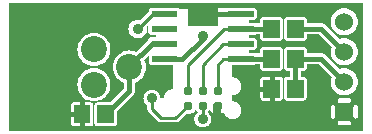
<source format=gtl>
G04 start of page 2 for group 0 idx 0 *
G04 Title: wearlink, top *
G04 Creator: pcb 1.99z *
G04 CreationDate: Sun Feb 24 14:25:00 2013 UTC *
G04 For: dijkstra *
G04 Format: Gerber/RS-274X *
G04 PCB-Dimensions (mil): 1326.38 433.46 *
G04 PCB-Coordinate-Origin: lower left *
%MOIN*%
%FSLAX25Y25*%
%LNTOP*%
%ADD85C,0.0787*%
%ADD84C,0.0380*%
%ADD83C,0.0390*%
%ADD82C,0.0413*%
%ADD81C,0.0394*%
%ADD80C,0.0200*%
%ADD79C,0.0360*%
%ADD78C,0.0310*%
%ADD77R,0.0200X0.0200*%
%ADD76R,0.0551X0.0551*%
%ADD75C,0.0600*%
%ADD74C,0.0866*%
%ADD73C,0.0171*%
%ADD72C,0.0100*%
%ADD71C,0.0250*%
%ADD70C,0.0001*%
G54D70*G36*
X85295Y531D02*X295D01*
Y9031D01*
X20952D01*
X20949Y8976D01*
X20958Y2914D01*
X20995Y2761D01*
X21055Y2616D01*
X21138Y2482D01*
X21240Y2362D01*
X21360Y2260D01*
X21494Y2177D01*
X21639Y2117D01*
X21792Y2080D01*
X21949Y2071D01*
X27617Y2080D01*
X27770Y2117D01*
X27916Y2177D01*
X28050Y2260D01*
X28170Y2362D01*
X28272Y2482D01*
X28354Y2616D01*
X28414Y2761D01*
X28451Y2914D01*
X28460Y3071D01*
X28451Y9031D01*
X28826D01*
X28823Y8976D01*
X28832Y2914D01*
X28869Y2761D01*
X28929Y2616D01*
X29012Y2482D01*
X29114Y2362D01*
X29234Y2260D01*
X29368Y2177D01*
X29513Y2117D01*
X29666Y2080D01*
X29823Y2071D01*
X35491Y2080D01*
X35644Y2117D01*
X35790Y2177D01*
X35924Y2260D01*
X36044Y2362D01*
X36146Y2482D01*
X36228Y2616D01*
X36288Y2761D01*
X36325Y2914D01*
X36334Y3071D01*
X36328Y7148D01*
X38212Y9031D01*
X46472D01*
Y7947D01*
X46468Y7888D01*
X46486Y7652D01*
X46541Y7423D01*
X46632Y7205D01*
X46755Y7003D01*
X46909Y6824D01*
X46953Y6786D01*
X49935Y3804D01*
X49973Y3759D01*
X50153Y3606D01*
X50354Y3482D01*
X50572Y3392D01*
X50802Y3337D01*
X51037Y3318D01*
X51096Y3323D01*
X55729D01*
X55787Y3318D01*
X56022Y3337D01*
X56023Y3337D01*
X56252Y3392D01*
X56470Y3482D01*
X56672Y3606D01*
X56851Y3759D01*
X56890Y3804D01*
X59213Y6127D01*
X59416Y6079D01*
X59862Y6044D01*
X60309Y6079D01*
X60744Y6183D01*
X61158Y6355D01*
X61540Y6589D01*
X61880Y6880D01*
X62171Y7220D01*
X62405Y7602D01*
X62417Y7631D01*
X62633Y7278D01*
X62914Y6949D01*
X63196Y6708D01*
X62876Y6435D01*
X62590Y6100D01*
X62360Y5724D01*
X62191Y5317D01*
X62088Y4888D01*
X62054Y4449D01*
X62088Y4009D01*
X62191Y3581D01*
X62360Y3174D01*
X62590Y2798D01*
X62876Y2463D01*
X63211Y2177D01*
X63587Y1946D01*
X63994Y1778D01*
X64423Y1675D01*
X64862Y1640D01*
X65302Y1675D01*
X65730Y1778D01*
X66137Y1946D01*
X66513Y2177D01*
X66848Y2463D01*
X67134Y2798D01*
X67365Y3174D01*
X67533Y3581D01*
X67636Y4009D01*
X67662Y4449D01*
X67636Y4888D01*
X67533Y5317D01*
X67365Y5724D01*
X67134Y6100D01*
X66848Y6435D01*
X66528Y6708D01*
X66811Y6949D01*
X67091Y7278D01*
X67307Y7631D01*
X67319Y7602D01*
X67553Y7220D01*
X67844Y6880D01*
X68185Y6589D01*
X68566Y6355D01*
X68980Y6183D01*
X69416Y6079D01*
X69862Y6044D01*
X70309Y6079D01*
X70744Y6183D01*
X71158Y6355D01*
X71540Y6589D01*
X71880Y6880D01*
X71939Y6948D01*
X71940Y6935D01*
X72048Y6483D01*
X72226Y6054D01*
X72468Y5658D01*
X72770Y5305D01*
X73123Y5004D01*
X73519Y4761D01*
X73948Y4583D01*
X74399Y4475D01*
X74862Y4439D01*
X75325Y4475D01*
X75777Y4583D01*
X76206Y4761D01*
X76602Y5004D01*
X76955Y5305D01*
X77256Y5658D01*
X77499Y6054D01*
X77676Y6483D01*
X77785Y6935D01*
X77812Y7398D01*
X77785Y7861D01*
X77676Y8312D01*
X77499Y8741D01*
X77321Y9031D01*
X85295D01*
Y531D01*
G37*
G36*
X46795Y22531D02*X47646D01*
X47705Y22517D01*
X47862Y22508D01*
X54862Y22515D01*
Y14357D01*
X54399Y14320D01*
X53948Y14212D01*
X53519Y14034D01*
X53123Y13792D01*
X52770Y13490D01*
X52468Y13137D01*
X52226Y12741D01*
X52048Y12312D01*
X51940Y11861D01*
X51903Y11398D01*
X50772D01*
X50746Y11837D01*
X50644Y12266D01*
X50475Y12673D01*
X50245Y13049D01*
X49958Y13384D01*
X49623Y13670D01*
X49248Y13900D01*
X48840Y14069D01*
X48412Y14172D01*
X47972Y14206D01*
X47533Y14172D01*
X47105Y14069D01*
X46795Y13941D01*
Y22531D01*
G37*
G36*
X27295Y43031D02*X63295D01*
Y41031D01*
X57214D01*
X57174Y41097D01*
X57071Y41217D01*
X56952Y41319D01*
X56818Y41402D01*
X56672Y41462D01*
X56519Y41499D01*
X56362Y41508D01*
X47705Y41499D01*
X47552Y41462D01*
X47407Y41402D01*
X47273Y41319D01*
X47153Y41217D01*
X47051Y41097D01*
X47010Y41031D01*
X27295D01*
Y43031D01*
G37*
G36*
X33904Y9974D02*X29666Y9967D01*
X29513Y9930D01*
X29368Y9870D01*
X29234Y9788D01*
X29114Y9685D01*
X29012Y9566D01*
X28929Y9432D01*
X28869Y9286D01*
X28832Y9133D01*
X28823Y8976D01*
X28832Y2914D01*
X28869Y2761D01*
X28929Y2616D01*
X29012Y2482D01*
X29114Y2362D01*
X29234Y2260D01*
X29368Y2177D01*
X29513Y2117D01*
X29666Y2080D01*
X29823Y2071D01*
X35491Y2080D01*
X35644Y2117D01*
X35790Y2177D01*
X35924Y2260D01*
X36044Y2362D01*
X36146Y2482D01*
X36228Y2616D01*
X36288Y2761D01*
X36325Y2914D01*
X36334Y3071D01*
X36328Y7148D01*
X41714Y12534D01*
X41769Y12581D01*
X41959Y12803D01*
X42112Y13052D01*
X42224Y13322D01*
X42292Y13606D01*
X42315Y13898D01*
X42309Y13970D01*
Y16575D01*
X42963Y16845D01*
X43703Y17299D01*
X44362Y17862D01*
X44926Y18522D01*
X45379Y19262D01*
X45711Y20063D01*
X45913Y20907D01*
X45965Y21772D01*
X45913Y22637D01*
X45711Y23480D01*
X45383Y24273D01*
X46902Y25793D01*
X46871Y25665D01*
X46862Y25508D01*
X46871Y23351D01*
X46908Y23198D01*
X46968Y23052D01*
X47051Y22918D01*
X47153Y22799D01*
X47273Y22696D01*
X47407Y22614D01*
X47552Y22554D01*
X47705Y22517D01*
X47862Y22508D01*
X49295Y22509D01*
Y13871D01*
X49248Y13900D01*
X48840Y14069D01*
X48412Y14172D01*
X47972Y14206D01*
X47533Y14172D01*
X47105Y14069D01*
X46697Y13900D01*
X46322Y13670D01*
X45986Y13384D01*
X45700Y13049D01*
X45470Y12673D01*
X45301Y12266D01*
X45198Y11837D01*
X45164Y11398D01*
X45198Y10958D01*
X45301Y10530D01*
X45470Y10123D01*
X45700Y9747D01*
X45986Y9412D01*
X46322Y9125D01*
X46472Y9033D01*
Y7947D01*
X46468Y7888D01*
X46486Y7652D01*
X46541Y7423D01*
X46632Y7205D01*
X46755Y7003D01*
X46909Y6824D01*
X46953Y6786D01*
X49295Y4444D01*
Y531D01*
X24705D01*
Y2076D01*
X27617Y2080D01*
X27770Y2117D01*
X27916Y2177D01*
X28050Y2260D01*
X28170Y2362D01*
X28272Y2482D01*
X28354Y2616D01*
X28414Y2761D01*
X28451Y2914D01*
X28460Y3071D01*
X28451Y9133D01*
X28414Y9286D01*
X28354Y9432D01*
X28272Y9566D01*
X28170Y9685D01*
X28050Y9788D01*
X27916Y9870D01*
X27770Y9930D01*
X27617Y9967D01*
X27460Y9976D01*
X24705Y9972D01*
Y11989D01*
X24732Y11957D01*
X25392Y11393D01*
X26132Y10940D01*
X26933Y10608D01*
X27777Y10405D01*
X28642Y10337D01*
X29507Y10405D01*
X30350Y10608D01*
X31152Y10940D01*
X31891Y11393D01*
X32551Y11957D01*
X33115Y12616D01*
X33568Y13356D01*
X33900Y14158D01*
X34102Y15001D01*
X34154Y15866D01*
X34102Y16731D01*
X33900Y17575D01*
X33568Y18376D01*
X33115Y19116D01*
X32551Y19776D01*
X31891Y20339D01*
X31152Y20792D01*
X30350Y21124D01*
X29507Y21327D01*
X28642Y21395D01*
X27777Y21327D01*
X26933Y21124D01*
X26132Y20792D01*
X25392Y20339D01*
X24732Y19776D01*
X24705Y19743D01*
Y23800D01*
X24732Y23768D01*
X25392Y23204D01*
X26132Y22751D01*
X26933Y22419D01*
X27777Y22216D01*
X28642Y22148D01*
X29507Y22216D01*
X30350Y22419D01*
X31152Y22751D01*
X31891Y23204D01*
X32551Y23768D01*
X33115Y24427D01*
X33568Y25167D01*
X33900Y25969D01*
X34102Y26812D01*
X34154Y27677D01*
X34102Y28542D01*
X33900Y29386D01*
X33568Y30187D01*
X33115Y30927D01*
X32551Y31587D01*
X31891Y32150D01*
X31152Y32603D01*
X30350Y32935D01*
X29507Y33138D01*
X28642Y33206D01*
X27777Y33138D01*
X26933Y32935D01*
X26132Y32603D01*
X25392Y32150D01*
X24732Y31587D01*
X24705Y31554D01*
Y43031D01*
X49295D01*
Y41500D01*
X47705Y41499D01*
X47552Y41462D01*
X47407Y41402D01*
X47273Y41319D01*
X47153Y41217D01*
X47051Y41097D01*
X46968Y40963D01*
X46908Y40818D01*
X46871Y40665D01*
X46862Y40508D01*
X46863Y40239D01*
X44110Y37486D01*
X43740Y37574D01*
X43254Y37613D01*
X42768Y37574D01*
X42294Y37461D01*
X41844Y37274D01*
X41429Y37020D01*
X41058Y36703D01*
X40742Y36333D01*
X40488Y35917D01*
X40301Y35467D01*
X40187Y34994D01*
X40149Y34508D01*
X40187Y34022D01*
X40301Y33548D01*
X40488Y33098D01*
X40742Y32683D01*
X41058Y32312D01*
X41429Y31996D01*
X41844Y31741D01*
X42294Y31555D01*
X42768Y31441D01*
X43254Y31403D01*
X43740Y31441D01*
X44213Y31555D01*
X44663Y31741D01*
X45079Y31996D01*
X45449Y32312D01*
X45766Y32683D01*
X46020Y33098D01*
X46207Y33548D01*
X46321Y34022D01*
X46349Y34508D01*
X46321Y34994D01*
X46232Y35364D01*
X46888Y36021D01*
X46880Y36008D01*
X46814Y35848D01*
X46774Y35680D01*
X46764Y35508D01*
X46774Y33336D01*
X46814Y33167D01*
X46880Y33008D01*
X46971Y32860D01*
X47083Y32729D01*
X47215Y32616D01*
X47362Y32526D01*
X47522Y32460D01*
X47690Y32420D01*
X47862Y32409D01*
X49295Y32411D01*
Y31793D01*
X47659Y31791D01*
X47461Y31744D01*
X47272Y31666D01*
X47099Y31559D01*
X46943Y31427D01*
X46811Y31272D01*
X46705Y31098D01*
X46627Y30909D01*
X46582Y30723D01*
X42676Y26817D01*
X42161Y27030D01*
X41318Y27232D01*
X40453Y27300D01*
X39588Y27232D01*
X38744Y27030D01*
X37943Y26698D01*
X37203Y26245D01*
X36543Y25681D01*
X35980Y25021D01*
X35527Y24282D01*
X35195Y23480D01*
X34992Y22637D01*
X34924Y21772D01*
X34992Y20907D01*
X35195Y20063D01*
X35527Y19262D01*
X35980Y18522D01*
X36543Y17862D01*
X37203Y17299D01*
X37943Y16845D01*
X38596Y16575D01*
Y14667D01*
X33904Y9974D01*
G37*
G36*
X24705Y531D02*X295D01*
Y43031D01*
X24705D01*
Y31554D01*
X24169Y30927D01*
X23716Y30187D01*
X23384Y29386D01*
X23181Y28542D01*
X23113Y27677D01*
X23181Y26812D01*
X23384Y25969D01*
X23716Y25167D01*
X24169Y24427D01*
X24705Y23800D01*
Y19743D01*
X24169Y19116D01*
X23716Y18376D01*
X23384Y17575D01*
X23181Y16731D01*
X23113Y15866D01*
X23181Y15001D01*
X23384Y14158D01*
X23716Y13356D01*
X24169Y12616D01*
X24705Y11989D01*
Y9972D01*
X21792Y9967D01*
X21639Y9930D01*
X21494Y9870D01*
X21360Y9788D01*
X21240Y9685D01*
X21138Y9566D01*
X21055Y9432D01*
X20995Y9286D01*
X20958Y9133D01*
X20949Y8976D01*
X20958Y2914D01*
X20995Y2761D01*
X21055Y2616D01*
X21138Y2482D01*
X21240Y2362D01*
X21360Y2260D01*
X21494Y2177D01*
X21639Y2117D01*
X21792Y2080D01*
X21949Y2071D01*
X24705Y2076D01*
Y531D01*
G37*
G36*
X60039Y35276D02*Y42953D01*
X70079D01*
Y35276D01*
X60039D01*
G37*
G36*
X115856Y43031D02*X118406D01*
Y512D01*
X115856D01*
Y4598D01*
X115974Y4607D01*
X116089Y4635D01*
X116198Y4680D01*
X116298Y4742D01*
X116388Y4818D01*
X116465Y4908D01*
X116527Y5009D01*
X116572Y5118D01*
X116599Y5233D01*
X116606Y5350D01*
Y8350D01*
X116599Y8468D01*
X116572Y8583D01*
X116527Y8692D01*
X116465Y8793D01*
X116388Y8882D01*
X116298Y8959D01*
X116198Y9021D01*
X116089Y9066D01*
X115974Y9093D01*
X115856Y9103D01*
Y14357D01*
X116128Y14801D01*
X116399Y15456D01*
X116565Y16144D01*
X116606Y16850D01*
X116565Y17557D01*
X116399Y18245D01*
X116128Y18900D01*
X115856Y19343D01*
Y24357D01*
X116128Y24801D01*
X116399Y25456D01*
X116565Y26144D01*
X116606Y26850D01*
X116565Y27557D01*
X116399Y28245D01*
X116128Y28900D01*
X115856Y29343D01*
Y34357D01*
X116128Y34801D01*
X116399Y35456D01*
X116565Y36144D01*
X116606Y36850D01*
X116565Y37557D01*
X116399Y38245D01*
X116128Y38900D01*
X115856Y39343D01*
Y43031D01*
G37*
G36*
Y29343D02*X115758Y29504D01*
X115298Y30042D01*
X114759Y30502D01*
X114156Y30872D01*
X113501Y31143D01*
X112812Y31309D01*
X112106Y31364D01*
Y32337D01*
X112812Y32392D01*
X113501Y32557D01*
X114156Y32828D01*
X114759Y33199D01*
X115298Y33659D01*
X115758Y34197D01*
X115856Y34357D01*
Y29343D01*
G37*
G36*
Y19343D02*X115758Y19504D01*
X115298Y20042D01*
X114759Y20502D01*
X114156Y20872D01*
X113501Y21143D01*
X112812Y21309D01*
X112106Y21364D01*
Y22337D01*
X112812Y22392D01*
X113501Y22557D01*
X114156Y22828D01*
X114759Y23199D01*
X115298Y23659D01*
X115758Y24197D01*
X115856Y24357D01*
Y19343D01*
G37*
G36*
Y512D02*X112106D01*
Y2350D01*
X113606D01*
X113724Y2357D01*
X113839Y2385D01*
X113948Y2430D01*
X114048Y2492D01*
X114138Y2568D01*
X114215Y2658D01*
X114277Y2759D01*
X114322Y2868D01*
X114349Y2983D01*
X114359Y3100D01*
X114349Y3218D01*
X114322Y3333D01*
X114277Y3442D01*
X114215Y3543D01*
X114138Y3632D01*
X114048Y3709D01*
X113948Y3771D01*
X113839Y3816D01*
X113724Y3843D01*
X113606Y3850D01*
X112106D01*
Y9850D01*
X113606D01*
X113724Y9857D01*
X113839Y9885D01*
X113948Y9930D01*
X114048Y9992D01*
X114138Y10068D01*
X114215Y10158D01*
X114277Y10259D01*
X114322Y10368D01*
X114349Y10483D01*
X114359Y10600D01*
X114349Y10718D01*
X114322Y10833D01*
X114277Y10942D01*
X114215Y11043D01*
X114138Y11132D01*
X114048Y11209D01*
X113948Y11271D01*
X113839Y11316D01*
X113724Y11343D01*
X113606Y11350D01*
X112106D01*
Y12337D01*
X112812Y12392D01*
X113501Y12557D01*
X114156Y12828D01*
X114759Y13199D01*
X115298Y13659D01*
X115758Y14197D01*
X115856Y14357D01*
Y9103D01*
X115739Y9093D01*
X115624Y9066D01*
X115515Y9021D01*
X115414Y8959D01*
X115324Y8882D01*
X115248Y8793D01*
X115186Y8692D01*
X115141Y8583D01*
X115113Y8468D01*
X115106Y8350D01*
Y5350D01*
X115113Y5233D01*
X115141Y5118D01*
X115186Y5009D01*
X115248Y4908D01*
X115324Y4818D01*
X115414Y4742D01*
X115515Y4680D01*
X115624Y4635D01*
X115739Y4607D01*
X115856Y4598D01*
Y512D01*
G37*
G36*
X112106Y43031D02*X115856D01*
Y39343D01*
X115758Y39504D01*
X115298Y40042D01*
X114759Y40502D01*
X114156Y40872D01*
X113501Y41143D01*
X112812Y41309D01*
X112106Y41364D01*
Y43031D01*
G37*
G36*
Y21364D02*X112106D01*
X111400Y21309D01*
X110711Y21143D01*
X110518Y21063D01*
X105813Y25769D01*
X105765Y25825D01*
X105543Y26014D01*
X105294Y26167D01*
X105024Y26279D01*
X104740Y26347D01*
X104449Y26370D01*
X104376Y26364D01*
X104309D01*
Y32022D01*
X107893Y28438D01*
X107813Y28245D01*
X107648Y27557D01*
X107592Y26850D01*
X107648Y26144D01*
X107813Y25456D01*
X108084Y24801D01*
X108454Y24197D01*
X108915Y23659D01*
X109453Y23199D01*
X110057Y22828D01*
X110711Y22557D01*
X111400Y22392D01*
X112106Y22337D01*
X112106D01*
Y21364D01*
G37*
G36*
Y512D02*X108356D01*
Y4598D01*
X108474Y4607D01*
X108589Y4635D01*
X108698Y4680D01*
X108798Y4742D01*
X108888Y4818D01*
X108965Y4908D01*
X109027Y5009D01*
X109072Y5118D01*
X109099Y5233D01*
X109106Y5350D01*
Y8350D01*
X109099Y8468D01*
X109072Y8583D01*
X109027Y8692D01*
X108965Y8793D01*
X108888Y8882D01*
X108798Y8959D01*
X108698Y9021D01*
X108589Y9066D01*
X108474Y9093D01*
X108356Y9103D01*
Y14357D01*
X108454Y14197D01*
X108915Y13659D01*
X109453Y13199D01*
X110057Y12828D01*
X110711Y12557D01*
X111400Y12392D01*
X112106Y12337D01*
X112106D01*
Y11350D01*
X110606D01*
X110489Y11343D01*
X110374Y11316D01*
X110265Y11271D01*
X110164Y11209D01*
X110074Y11132D01*
X109998Y11043D01*
X109936Y10942D01*
X109891Y10833D01*
X109863Y10718D01*
X109854Y10600D01*
X109863Y10483D01*
X109891Y10368D01*
X109936Y10259D01*
X109998Y10158D01*
X110074Y10068D01*
X110164Y9992D01*
X110265Y9930D01*
X110374Y9885D01*
X110489Y9857D01*
X110606Y9850D01*
X112106D01*
Y3850D01*
X110606D01*
X110489Y3843D01*
X110374Y3816D01*
X110265Y3771D01*
X110164Y3709D01*
X110074Y3632D01*
X109998Y3543D01*
X109936Y3442D01*
X109891Y3333D01*
X109863Y3218D01*
X109854Y3100D01*
X109863Y2983D01*
X109891Y2868D01*
X109936Y2759D01*
X109998Y2658D01*
X110074Y2568D01*
X110164Y2492D01*
X110265Y2430D01*
X110374Y2385D01*
X110489Y2357D01*
X110606Y2350D01*
X112106D01*
Y512D01*
G37*
G36*
X108356D02*X104309D01*
Y22022D01*
X107893Y18438D01*
X107813Y18245D01*
X107648Y17557D01*
X107592Y16850D01*
X107648Y16144D01*
X107813Y15456D01*
X108084Y14801D01*
X108356Y14357D01*
Y9103D01*
X108239Y9093D01*
X108124Y9066D01*
X108015Y9021D01*
X107914Y8959D01*
X107824Y8882D01*
X107748Y8793D01*
X107686Y8692D01*
X107641Y8583D01*
X107613Y8468D01*
X107606Y8350D01*
Y5350D01*
X107613Y5233D01*
X107641Y5118D01*
X107686Y5009D01*
X107748Y4908D01*
X107824Y4818D01*
X107914Y4742D01*
X108015Y4680D01*
X108124Y4635D01*
X108239Y4607D01*
X108356Y4598D01*
Y512D01*
G37*
G36*
X104309Y43031D02*X112106D01*
Y41364D01*
X112106D01*
X111400Y41309D01*
X110711Y41143D01*
X110057Y40872D01*
X109453Y40502D01*
X108915Y40042D01*
X108454Y39504D01*
X108084Y38900D01*
X107813Y38245D01*
X107648Y37557D01*
X107592Y36850D01*
X107648Y36144D01*
X107813Y35456D01*
X108084Y34801D01*
X108454Y34197D01*
X108915Y33659D01*
X109453Y33199D01*
X110057Y32828D01*
X110711Y32557D01*
X111400Y32392D01*
X112106Y32337D01*
X112106D01*
Y31364D01*
X112106D01*
X111400Y31309D01*
X110711Y31143D01*
X110518Y31063D01*
X105813Y35769D01*
X105765Y35825D01*
X105543Y36014D01*
X105294Y36167D01*
X105024Y36279D01*
X104740Y36347D01*
X104449Y36370D01*
X104376Y36364D01*
X104309D01*
Y43031D01*
G37*
G36*
X90649Y28460D02*X87894Y28456D01*
Y30560D01*
X90806Y30565D01*
X90959Y30601D01*
X91105Y30662D01*
X91239Y30744D01*
X91358Y30846D01*
X91461Y30966D01*
X91543Y31100D01*
X91603Y31245D01*
X91640Y31398D01*
X91649Y31555D01*
X91640Y37617D01*
X91603Y37770D01*
X91543Y37916D01*
X91461Y38050D01*
X91358Y38170D01*
X91239Y38272D01*
X91105Y38354D01*
X90959Y38414D01*
X90806Y38451D01*
X90649Y38460D01*
X87894Y38456D01*
Y43031D01*
X104309D01*
Y36364D01*
X99516D01*
X99514Y37617D01*
X99477Y37770D01*
X99417Y37916D01*
X99335Y38050D01*
X99232Y38170D01*
X99113Y38272D01*
X98979Y38354D01*
X98833Y38414D01*
X98680Y38451D01*
X98523Y38460D01*
X92855Y38451D01*
X92702Y38414D01*
X92557Y38354D01*
X92423Y38272D01*
X92303Y38170D01*
X92201Y38050D01*
X92118Y37916D01*
X92058Y37770D01*
X92021Y37617D01*
X92012Y37460D01*
X92021Y31398D01*
X92058Y31245D01*
X92118Y31100D01*
X92201Y30966D01*
X92303Y30846D01*
X92423Y30744D01*
X92557Y30662D01*
X92702Y30601D01*
X92855Y30565D01*
X93012Y30555D01*
X98680Y30565D01*
X98833Y30601D01*
X98979Y30662D01*
X99113Y30744D01*
X99232Y30846D01*
X99335Y30966D01*
X99417Y31100D01*
X99477Y31245D01*
X99514Y31398D01*
X99523Y31555D01*
X99522Y32652D01*
X103680D01*
X104309Y32022D01*
Y26364D01*
X99516D01*
X99514Y27617D01*
X99477Y27770D01*
X99417Y27916D01*
X99335Y28050D01*
X99232Y28170D01*
X99113Y28272D01*
X98979Y28354D01*
X98833Y28414D01*
X98680Y28451D01*
X98523Y28460D01*
X92855Y28451D01*
X92702Y28414D01*
X92557Y28354D01*
X92423Y28272D01*
X92303Y28170D01*
X92201Y28050D01*
X92118Y27916D01*
X92058Y27770D01*
X92021Y27617D01*
X92012Y27460D01*
X92021Y21398D01*
X92058Y21245D01*
X92118Y21100D01*
X92201Y20966D01*
X92303Y20846D01*
X92423Y20744D01*
X92557Y20662D01*
X92702Y20601D01*
X92855Y20565D01*
X93012Y20555D01*
X93911Y20557D01*
Y18492D01*
X92855Y18490D01*
X92702Y18454D01*
X92557Y18394D01*
X92423Y18311D01*
X92303Y18209D01*
X92201Y18089D01*
X92118Y17955D01*
X92058Y17810D01*
X92021Y17657D01*
X92012Y17500D01*
X92021Y11438D01*
X92058Y11285D01*
X92118Y11139D01*
X92201Y11005D01*
X92303Y10885D01*
X92423Y10783D01*
X92557Y10701D01*
X92702Y10641D01*
X92855Y10604D01*
X93012Y10595D01*
X98680Y10604D01*
X98833Y10641D01*
X98979Y10701D01*
X99113Y10783D01*
X99232Y10885D01*
X99335Y11005D01*
X99417Y11139D01*
X99477Y11285D01*
X99514Y11438D01*
X99523Y11595D01*
X99514Y17657D01*
X99477Y17810D01*
X99417Y17955D01*
X99335Y18089D01*
X99232Y18209D01*
X99113Y18311D01*
X98979Y18394D01*
X98833Y18454D01*
X98680Y18490D01*
X98523Y18500D01*
X97624Y18498D01*
Y20563D01*
X98680Y20565D01*
X98833Y20601D01*
X98979Y20662D01*
X99113Y20744D01*
X99232Y20846D01*
X99335Y20966D01*
X99417Y21100D01*
X99477Y21245D01*
X99514Y21398D01*
X99523Y21555D01*
X99522Y22652D01*
X103680D01*
X104309Y22022D01*
Y512D01*
X87894D01*
Y10599D01*
X90806Y10604D01*
X90959Y10641D01*
X91105Y10701D01*
X91239Y10783D01*
X91358Y10885D01*
X91461Y11005D01*
X91543Y11139D01*
X91603Y11285D01*
X91640Y11438D01*
X91649Y11595D01*
X91640Y17657D01*
X91603Y17810D01*
X91543Y17955D01*
X91461Y18089D01*
X91358Y18209D01*
X91239Y18311D01*
X91105Y18394D01*
X90959Y18454D01*
X90806Y18490D01*
X90649Y18500D01*
X87894Y18495D01*
Y20560D01*
X90806Y20565D01*
X90959Y20601D01*
X91105Y20662D01*
X91239Y20744D01*
X91358Y20846D01*
X91461Y20966D01*
X91543Y21100D01*
X91603Y21245D01*
X91640Y21398D01*
X91649Y21555D01*
X91640Y27617D01*
X91603Y27770D01*
X91543Y27916D01*
X91461Y28050D01*
X91358Y28170D01*
X91239Y28272D01*
X91105Y28354D01*
X90959Y28414D01*
X90806Y28451D01*
X90649Y28460D01*
G37*
G36*
X87894Y512D02*X80295D01*
Y22515D01*
X82019Y22517D01*
X82172Y22554D01*
X82318Y22614D01*
X82379Y22652D01*
X84146D01*
X84147Y21398D01*
X84184Y21245D01*
X84244Y21100D01*
X84327Y20966D01*
X84429Y20846D01*
X84549Y20744D01*
X84683Y20662D01*
X84828Y20601D01*
X84981Y20565D01*
X85138Y20555D01*
X87894Y20560D01*
Y18495D01*
X84981Y18490D01*
X84828Y18454D01*
X84683Y18394D01*
X84549Y18311D01*
X84429Y18209D01*
X84327Y18089D01*
X84244Y17955D01*
X84184Y17810D01*
X84147Y17657D01*
X84138Y17500D01*
X84147Y11438D01*
X84184Y11285D01*
X84244Y11139D01*
X84327Y11005D01*
X84429Y10885D01*
X84549Y10783D01*
X84683Y10701D01*
X84828Y10641D01*
X84981Y10604D01*
X85138Y10595D01*
X87894Y10599D01*
Y512D01*
G37*
G36*
Y38456D02*X84981Y38451D01*
X84828Y38414D01*
X84683Y38354D01*
X84549Y38272D01*
X84429Y38170D01*
X84327Y38050D01*
X84244Y37916D01*
X84184Y37770D01*
X84147Y37617D01*
X84138Y37460D01*
X84140Y36364D01*
X82551D01*
X82510Y36399D01*
X82362Y36490D01*
X82203Y36556D01*
X82035Y36596D01*
X81862Y36606D01*
X80295Y36604D01*
Y37515D01*
X82019Y37517D01*
X82172Y37554D01*
X82318Y37614D01*
X82452Y37696D01*
X82571Y37799D01*
X82674Y37918D01*
X82756Y38052D01*
X82816Y38198D01*
X82853Y38351D01*
X82862Y38508D01*
X82853Y40665D01*
X82816Y40818D01*
X82756Y40963D01*
X82674Y41097D01*
X82571Y41217D01*
X82452Y41319D01*
X82318Y41402D01*
X82172Y41462D01*
X82019Y41499D01*
X81862Y41508D01*
X80295Y41506D01*
Y43031D01*
X87894D01*
Y38456D01*
G37*
G36*
Y28456D02*X84981Y28451D01*
X84828Y28414D01*
X84683Y28354D01*
X84549Y28272D01*
X84429Y28170D01*
X84327Y28050D01*
X84244Y27916D01*
X84184Y27770D01*
X84147Y27617D01*
X84138Y27460D01*
X84140Y26364D01*
X82379D01*
X82318Y26402D01*
X82172Y26462D01*
X82019Y26499D01*
X81862Y26508D01*
X80295Y26506D01*
Y27515D01*
X82019Y27517D01*
X82172Y27554D01*
X82318Y27614D01*
X82452Y27696D01*
X82571Y27799D01*
X82674Y27918D01*
X82756Y28052D01*
X82816Y28198D01*
X82853Y28351D01*
X82862Y28508D01*
X82853Y30665D01*
X82816Y30818D01*
X82756Y30963D01*
X82674Y31097D01*
X82571Y31217D01*
X82452Y31319D01*
X82318Y31402D01*
X82172Y31462D01*
X82019Y31499D01*
X81862Y31508D01*
X80295Y31506D01*
Y32418D01*
X82035Y32420D01*
X82203Y32460D01*
X82362Y32526D01*
X82510Y32616D01*
X82551Y32652D01*
X84146D01*
X84147Y31398D01*
X84184Y31245D01*
X84244Y31100D01*
X84327Y30966D01*
X84429Y30846D01*
X84549Y30744D01*
X84683Y30662D01*
X84828Y30601D01*
X84981Y30565D01*
X85138Y30555D01*
X87894Y30560D01*
Y28456D01*
G37*
G36*
X88795Y43031D02*Y41031D01*
X82714D01*
X82674Y41097D01*
X82571Y41217D01*
X82452Y41319D01*
X82318Y41402D01*
X82172Y41462D01*
X82019Y41499D01*
X81862Y41508D01*
X73205Y41499D01*
X73052Y41462D01*
X72907Y41402D01*
X72846Y41364D01*
X66850D01*
X66559Y41347D01*
X66275Y41279D01*
X66005Y41167D01*
X65784Y41031D01*
X62795D01*
Y43031D01*
X88795D01*
G37*
G36*
X82079Y22531D02*X84146D01*
X84147Y21398D01*
X84184Y21245D01*
X84244Y21100D01*
X84327Y20966D01*
X84429Y20846D01*
X84549Y20744D01*
X84683Y20662D01*
X84828Y20601D01*
X84981Y20565D01*
X85138Y20555D01*
X88295Y20561D01*
Y18496D01*
X84981Y18490D01*
X84828Y18454D01*
X84683Y18394D01*
X84549Y18311D01*
X84429Y18209D01*
X84327Y18089D01*
X84244Y17955D01*
X84184Y17810D01*
X84147Y17657D01*
X84138Y17500D01*
X84147Y11438D01*
X84184Y11285D01*
X84244Y11139D01*
X84327Y11005D01*
X84429Y10885D01*
X84549Y10783D01*
X84683Y10701D01*
X84828Y10641D01*
X84981Y10604D01*
X85138Y10595D01*
X88295Y10600D01*
Y531D01*
X74795D01*
Y4444D01*
X74862Y4439D01*
X75325Y4475D01*
X75777Y4583D01*
X76206Y4761D01*
X76602Y5004D01*
X76955Y5305D01*
X77256Y5658D01*
X77499Y6054D01*
X77676Y6483D01*
X77785Y6935D01*
X77812Y7398D01*
X77785Y7861D01*
X77676Y8312D01*
X77499Y8741D01*
X77256Y9137D01*
X76955Y9490D01*
X76602Y9792D01*
X76206Y10034D01*
X75777Y10212D01*
X75325Y10320D01*
X74862Y10357D01*
X74795Y10351D01*
Y12444D01*
X74862Y12439D01*
X75325Y12475D01*
X75777Y12583D01*
X76206Y12761D01*
X76602Y13004D01*
X76955Y13305D01*
X77256Y13658D01*
X77499Y14054D01*
X77676Y14483D01*
X77785Y14935D01*
X77812Y15398D01*
X77785Y15861D01*
X77676Y16312D01*
X77499Y16741D01*
X77256Y17137D01*
X76955Y17490D01*
X76602Y17792D01*
X76206Y18034D01*
X75777Y18212D01*
X75325Y18320D01*
X74862Y18357D01*
X74795Y18351D01*
Y22509D01*
X82019Y22517D01*
X82079Y22531D01*
G37*
G54D71*X69862Y8898D02*X69795Y8831D01*
Y4531D01*
G54D72*X75112Y24508D02*X74843D01*
G54D73*X75112D02*X87894D01*
G54D72*X71811Y29508D02*X77612D01*
X71811Y24508D02*X75112D01*
G54D73*X87894Y18484D02*Y10610D01*
Y14547D02*X82972D01*
G54D72*X59862Y13898D02*Y22283D01*
X64862Y13898D02*Y22559D01*
X69862Y13898D02*Y22559D01*
X64862Y8898D02*Y4449D01*
Y22559D02*X71811Y29508D01*
X59862Y22283D02*X72087Y34508D01*
X69862Y22559D02*X71811Y24508D01*
G54D73*X64862Y31220D02*Y32008D01*
X58150Y24508D02*X64862Y31220D01*
X75112Y34508D02*X87894D01*
G54D72*X72087D02*X75112D01*
G54D73*X77612Y39508D02*X66850D01*
G54D71*X64862Y37520D01*
G54D72*X52112Y39508D02*X48254D01*
X43254Y34508D01*
X51037Y4823D02*X55787D01*
X59862Y8898D01*
G54D73*X95768Y14547D02*Y24508D01*
X104449D01*
X112106Y16850D01*
X95768Y34508D02*X104449D01*
X112106Y26850D01*
X54612Y29508D02*X47992D01*
X52112Y24508D02*X58150D01*
X47992Y29508D02*X40453Y21969D01*
X32579Y6024D02*X40453Y13898D01*
Y21772D01*
G54D72*X47972Y11398D02*Y7888D01*
X51037Y4823D01*
G54D73*X24705Y10157D02*Y6024D01*
X20571D01*
X24705Y6220D02*Y1693D01*
G54D74*X28642Y27677D03*
X40453Y21772D03*
X28642Y15866D03*
G54D70*G36*
X109106Y9850D02*Y3850D01*
X115106D01*
Y9850D01*
X109106D01*
G37*
G54D75*X112106Y16850D03*
Y26850D03*
Y36850D03*
G54D76*X87894Y14744D02*Y14350D01*
X95768Y14744D02*Y14350D01*
X87894Y24705D02*Y24311D01*
X95768Y24705D02*Y24311D01*
Y34705D02*Y34311D01*
G54D77*X74362Y34508D02*X80862D01*
X74362Y39508D02*X80862D01*
G54D76*X87894Y34705D02*Y34311D01*
G54D77*X74362Y24508D02*X80862D01*
X74362Y29508D02*X80862D01*
X48862Y39508D02*X55362D01*
X48862Y34508D02*X55362D01*
X48862Y29508D02*X55362D01*
X48862Y24508D02*X55362D01*
G54D78*X59862Y8898D03*
Y13898D03*
X64862Y8898D03*
Y13898D03*
X69862D03*
Y8898D03*
G54D76*X32579Y6221D02*Y5827D01*
X24705Y6221D02*Y5827D01*
G54D79*X64862Y37520D03*
Y32008D03*
Y4449D03*
X43254Y34508D03*
X47972Y11398D03*
G54D80*G54D81*G54D82*G54D83*G54D84*G54D83*G54D84*G54D83*G54D84*G54D85*G54D84*M02*

</source>
